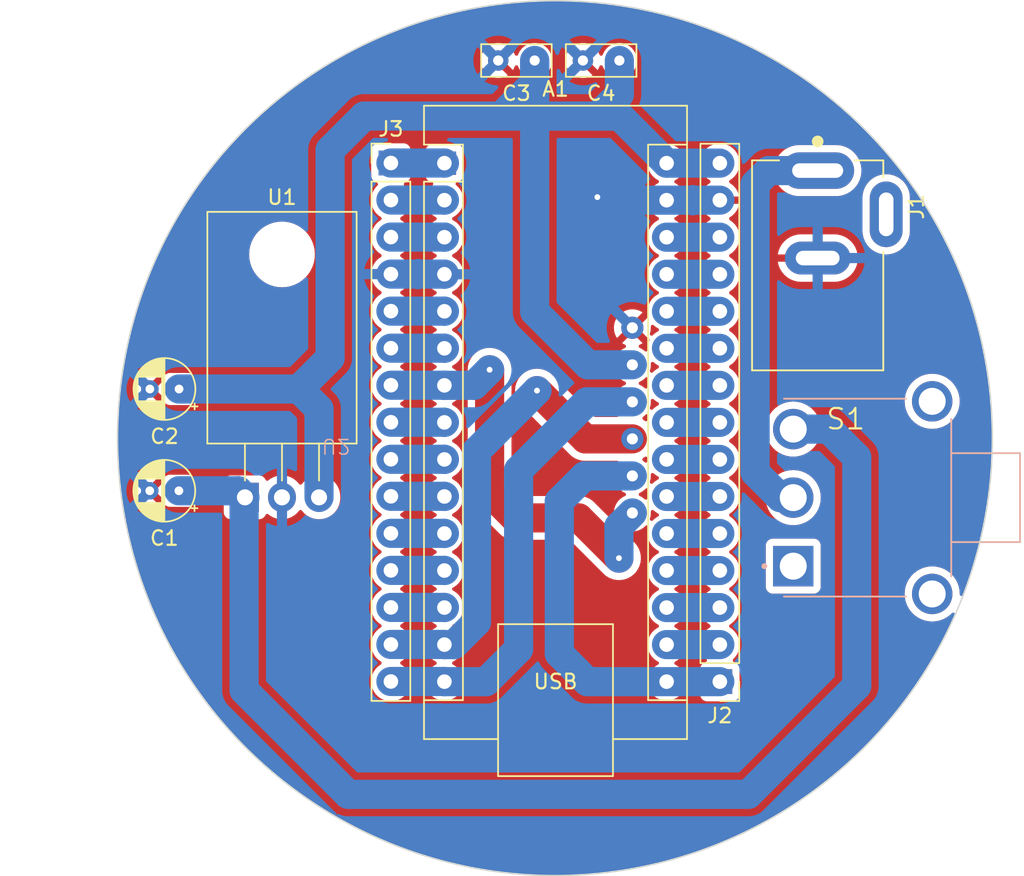
<source format=kicad_pcb>
(kicad_pcb (version 20221018) (generator pcbnew)
  (layers (0 "F.Cu" signal) (31 "B.Cu" signal) (34 "B.Paste" user) (35 "F.Paste" user) (36 "B.SilkS" user "B.Silkscreen") (37 "F.SilkS" user "F.Silkscreen") (38 "B.Mask" user) (39 "F.Mask" user) (44 "Edge.Cuts" user))
  (net 0 "")
  (net 1 "/Arduino Nano/1")
  (net 2 "/Arduino Nano/2")
  (net 3 "/Arduino Nano/3")
  (net 4 "/Arduino Nano/5")
  (net 5 "/Arduino Nano/6")
  (net 6 "/Arduino Nano/7")
  (net 7 "/Arduino Nano/8")
  (net 8 "/Arduino Nano/9")
  (net 9 "/Arduino Nano/10")
  (net 10 "/Arduino Nano/11")
  (net 11 "/Arduino Nano/12")
  (net 12 "/Arduino Nano/13")
  (net 13 "/Arduino Nano/14")
  (net 14 "/Arduino Nano/15")
  (net 15 "/Arduino Nano/16")
  (net 16 "/Arduino Nano/17")
  (net 17 "/Arduino Nano/18")
  (net 18 "/Arduino Nano/19")
  (net 19 "/Arduino Nano/20")
  (net 20 "/Arduino Nano/21")
  (net 21 "/Arduino Nano/22")
  (net 22 "/Arduino Nano/23")
  (net 23 "/Arduino Nano/24")
  (net 24 "/Arduino Nano/25")
  (net 25 "/Arduino Nano/26")
  (net 26 "/Arduino Nano/27")
  (net 27 "/Arduino Nano/28")
  (net 28 "Net-(U1-IN)")
  (net 29 "GND")
  (net 30 "+5V")
  (net 31 "+9V")
  (footprint "Connector_PinHeader_2.54mm:PinHeader_1x15_P2.54mm_Vertical" (layer "F.Cu") (at 138.75 81.13)
    (fp_text reference "J3" (at 0 -2.33) (layer "F.SilkS"))
    (fp_text value "Conn_01x15_MountingPin" hide)
    (pad "1" thru_hole rect (at 0 0) (size 1.7 1.7) (drill 1) (layers "*.Cu" "*.Mask") (net 1 "/Arduino Nano/1"))
    (pad "2" thru_hole oval (at 0 2.54) (size 1.7 1.7) (drill 1) (layers "*.Cu" "*.Mask") (net 2 "/Arduino Nano/2"))
    (pad "3" thru_hole oval (at 0 5.08) (size 1.7 1.7) (drill 1) (layers "*.Cu" "*.Mask") (net 3 "/Arduino Nano/3"))
    (pad "4" thru_hole oval (at 0 7.62) (size 1.7 1.7) (drill 1) (layers "*.Cu" "*.Mask") (net 29 "GND"))
    (pad "5" thru_hole oval (at 0 10.16) (size 1.7 1.7) (drill 1) (layers "*.Cu" "*.Mask") (net 4 "/Arduino Nano/5"))
    (pad "6" thru_hole oval (at 0 12.7) (size 1.7 1.7) (drill 1) (layers "*.Cu" "*.Mask") (net 5 "/Arduino Nano/6"))
    (pad "7" thru_hole oval (at 0 15.24) (size 1.7 1.7) (drill 1) (layers "*.Cu" "*.Mask") (net 6 "/Arduino Nano/7"))
    (pad "8" thru_hole oval (at 0 17.78) (size 1.7 1.7) (drill 1) (layers "*.Cu" "*.Mask") (net 7 "/Arduino Nano/8"))
    (pad "9" thru_hole oval (at 0 20.32) (size 1.7 1.7) (drill 1) (layers "*.Cu" "*.Mask") (net 8 "/Arduino Nano/9"))
    (pad "10" thru_hole oval (at 0 22.86) (size 1.7 1.7) (drill 1) (layers "*.Cu" "*.Mask") (net 9 "/Arduino Nano/10"))
    (pad "11" thru_hole oval (at 0 25.4) (size 1.7 1.7) (drill 1) (layers "*.Cu" "*.Mask") (net 10 "/Arduino Nano/11"))
    (pad "12" thru_hole oval (at 0 27.94) (size 1.7 1.7) (drill 1) (layers "*.Cu" "*.Mask") (net 11 "/Arduino Nano/12"))
    (pad "13" thru_hole oval (at 0 30.48) (size 1.7 1.7) (drill 1) (layers "*.Cu" "*.Mask") (net 12 "/Arduino Nano/13"))
    (pad "14" thru_hole oval (at 0 33.02) (size 1.7 1.7) (drill 1) (layers "*.Cu" "*.Mask") (net 13 "/Arduino Nano/14"))
    (pad "15" thru_hole oval (at 0 35.56) (size 1.7 1.7) (drill 1) (layers "*.Cu" "*.Mask") (net 14 "/Arduino Nano/15"))
  )
  (footprint "Package_TO_SOT_THT:TO-220-3_Horizontal_TabDown" (layer "F.Cu") (at 128.74 104.06)
    (fp_text reference "U1" (at 2.54 -20.58) (layer "F.SilkS"))
    (fp_text value "L7805")
    (pad "" np_thru_hole oval (at 2.54 -16.66) (size 3.5 3.5) (drill 3.5) (layers "*.Cu" "*.Mask"))
    (pad "1" thru_hole rect (at 0 0) (size 1.905 2) (drill 1.1) (layers "*.Cu" "*.Mask") (net 28 "Net-(U1-IN)"))
    (pad "2" thru_hole oval (at 2.54 0) (size 1.905 2) (drill 1.1) (layers "*.Cu" "*.Mask") (net 29 "GND"))
    (pad "3" thru_hole oval (at 5.08 0) (size 1.905 2) (drill 1.1) (layers "*.Cu" "*.Mask") (net 30 "+5V"))
  )
  (footprint "Jack-DC:Jack-DC" (layer "F.Cu") (at 168.02 81.65 -90)
    (fp_text reference "J1" (at 2.487052 -6.770615 -90) (layer "F.SilkS") (effects (font (size 1.000827 1.000827))))
    (fp_text value "Jack-DC")
    (pad "1" thru_hole oval (at 0 0 270) (size 2.5 5) (drill oval 1 3.5) (layers "*.Cu" "*.Mask") (net 31 "+9V"))
    (pad "2" thru_hole oval (at 6 0 270) (size 2.25 4.5) (drill oval 1 3) (layers "*.Cu" "*.Mask") (net 29 "GND"))
    (pad "3" thru_hole oval (at 3 -4.7 270) (size 4.5 2.25) (drill oval 3 1) (layers "*.Cu" "*.Mask"))
  )
  (footprint "Capacitor_THT:CP_Radial_D4.0mm_P2.00mm" (layer "F.Cu") (at 124.22 96.63 180)
    (fp_text reference "C2" (at 1 -3.25) (layer "F.SilkS"))
    (fp_text value "C_Polarized" hide)
    (pad "1" thru_hole rect (at 0 0 180) (size 1.2 1.2) (drill 0.6) (layers "*.Cu" "*.Mask") (net 30 "+5V"))
    (pad "2" thru_hole circle (at 2 0 180) (size 1.2 1.2) (drill 0.6) (layers "*.Cu" "*.Mask") (net 29 "GND"))
  )
  (footprint "Arduino Nano 3D:Arduino_Nano" (layer "F.Cu") (at 142.42 81.14)
    (fp_text reference "A1" (at 7.62 -5.08) (layer "F.SilkS"))
    (fp_text value "Arduino_Nano_v3.x")
    (fp_text user "USB" (at 7.62 35.56 unlocked) (layer "F.SilkS"))
    (pad "1" thru_hole rect (at 0 0) (size 1.6 1.6) (drill 1) (layers "*.Cu" "*.Mask") (net 1 "/Arduino Nano/1"))
    (pad "2" thru_hole oval (at 0 2.54) (size 1.6 1.6) (drill 1) (layers "*.Cu" "*.Mask") (net 2 "/Arduino Nano/2"))
    (pad "3" thru_hole oval (at 0 5.08) (size 1.6 1.6) (drill 1) (layers "*.Cu" "*.Mask") (net 3 "/Arduino Nano/3"))
    (pad "4" thru_hole oval (at 0 7.62) (size 1.6 1.6) (drill 1) (layers "*.Cu" "*.Mask") (net 29 "GND"))
    (pad "5" thru_hole oval (at 0 10.16) (size 1.6 1.6) (drill 1) (layers "*.Cu" "*.Mask") (net 4 "/Arduino Nano/5"))
    (pad "6" thru_hole oval (at 0 12.7) (size 1.6 1.6) (drill 1) (layers "*.Cu" "*.Mask") (net 5 "/Arduino Nano/6"))
    (pad "7" thru_hole oval (at 0 15.24) (size 1.6 1.6) (drill 1) (layers "*.Cu" "*.Mask") (net 6 "/Arduino Nano/7"))
    (pad "8" thru_hole oval (at 0 17.78) (size 1.6 1.6) (drill 1) (layers "*.Cu" "*.Mask") (net 7 "/Arduino Nano/8"))
    (pad "9" thru_hole oval (at 0 20.32) (size 1.6 1.6) (drill 1) (layers "*.Cu" "*.Mask") (net 8 "/Arduino Nano/9"))
    (pad "10" thru_hole oval (at 0 22.86) (size 1.6 1.6) (drill 1) (layers "*.Cu" "*.Mask") (net 9 "/Arduino Nano/10"))
    (pad "11" thru_hole oval (at 0 25.4) (size 1.6 1.6) (drill 1) (layers "*.Cu" "*.Mask") (net 10 "/Arduino Nano/11"))
    (pad "12" thru_hole oval (at 0 27.94) (size 1.6 1.6) (drill 1) (layers "*.Cu" "*.Mask") (net 11 "/Arduino Nano/12"))
    (pad "13" thru_hole oval (at 0 30.48) (size 1.6 1.6) (drill 1) (layers "*.Cu" "*.Mask") (net 12 "/Arduino Nano/13"))
    (pad "14" thru_hole oval (at 0 33.02) (size 1.6 1.6) (drill 1) (layers "*.Cu" "*.Mask") (net 13 "/Arduino Nano/14"))
    (pad "15" thru_hole oval (at 0 35.56) (size 1.6 1.6) (drill 1) (layers "*.Cu" "*.Mask") (net 14 "/Arduino Nano/15"))
    (pad "16" thru_hole oval (at 15.24 35.56) (size 1.6 1.6) (drill 1) (layers "*.Cu" "*.Mask") (net 15 "/Arduino Nano/16"))
    (pad "17" thru_hole oval (at 15.24 33.02) (size 1.6 1.6) (drill 1) (layers "*.Cu" "*.Mask") (net 16 "/Arduino Nano/17"))
    (pad "18" thru_hole oval (at 15.24 30.48) (size 1.6 1.6) (drill 1) (layers "*.Cu" "*.Mask") (net 17 "/Arduino Nano/18"))
    (pad "19" thru_hole oval (at 15.24 27.94) (size 1.6 1.6) (drill 1) (layers "*.Cu" "*.Mask") (net 18 "/Arduino Nano/19"))
    (pad "20" thru_hole oval (at 15.24 25.4) (size 1.6 1.6) (drill 1) (layers "*.Cu" "*.Mask") (net 19 "/Arduino Nano/20"))
    (pad "21" thru_hole oval (at 15.24 22.86) (size 1.6 1.6) (drill 1) (layers "*.Cu" "*.Mask") (net 20 "/Arduino Nano/21"))
    (pad "22" thru_hole oval (at 15.24 20.32) (size 1.6 1.6) (drill 1) (layers "*.Cu" "*.Mask") (net 21 "/Arduino Nano/22"))
    (pad "23" thru_hole oval (at 15.24 17.78) (size 1.6 1.6) (drill 1) (layers "*.Cu" "*.Mask") (net 22 "/Arduino Nano/23"))
    (pad "24" thru_hole oval (at 15.24 15.24) (size 1.6 1.6) (drill 1) (layers "*.Cu" "*.Mask") (net 23 "/Arduino Nano/24"))
    (pad "25" thru_hole oval (at 15.24 12.7) (size 1.6 1.6) (drill 1) (layers "*.Cu" "*.Mask") (net 24 "/Arduino Nano/25"))
    (pad "26" thru_hole oval (at 15.24 10.16) (size 1.6 1.6) (drill 1) (layers "*.Cu" "*.Mask") (net 25 "/Arduino Nano/26"))
    (pad "27" thru_hole oval (at 15.24 7.62) (size 1.6 1.6) (drill 1) (layers "*.Cu" "*.Mask") (net 26 "/Arduino Nano/27"))
    (pad "28" thru_hole oval (at 15.24 5.08) (size 1.6 1.6) (drill 1) (layers "*.Cu" "*.Mask") (net 27 "/Arduino Nano/28"))
    (pad "29" thru_hole oval (at 15.24 2.54) (size 1.6 1.6) (drill 1) (layers "*.Cu" "*.Mask") (net 29 "GND"))
    (pad "30" thru_hole oval (at 15.24 0) (size 1.6 1.6) (drill 1) (layers "*.Cu" "*.Mask") (net 30 "+5V"))
  )
  (footprint "Capacitor_THT:CP_Radial_D4.0mm_P2.00mm" (layer "F.Cu") (at 124.21 103.61 180)
    (fp_text reference "C1" (at 1 -3.25) (layer "F.SilkS"))
    (fp_text value "C_Polarized" hide)
    (pad "1" thru_hole rect (at 0 0 180) (size 1.2 1.2) (drill 0.6) (layers "*.Cu" "*.Mask") (net 28 "Net-(U1-IN)"))
    (pad "2" thru_hole circle (at 2 0 180) (size 1.2 1.2) (drill 0.6) (layers "*.Cu" "*.Mask") (net 29 "GND"))
  )
  (footprint "Capacitor_THT:C_Rect_L4.6mm_W2.0mm_P2.50mm_MKS02_FKP02" (layer "F.Cu") (at 154.42 74.1 180)
    (fp_text reference "C4" (at 1.25 -2.25) (layer "F.SilkS"))
    (fp_text value "C")
    (pad "1" thru_hole circle (at 0 0 180) (size 1.4 1.4) (drill 0.7) (layers "*.Cu" "*.Mask") (net 30 "+5V"))
    (pad "2" thru_hole circle (at 2.5 0 180) (size 1.4 1.4) (drill 0.7) (layers "*.Cu" "*.Mask") (net 29 "GND"))
  )
  (footprint "Connector_PinHeader_2.54mm:PinHeader_1x15_P2.54mm_Vertical" (layer "F.Cu") (at 161.31 116.7 180)
    (fp_text reference "J2" (at 0 -2.33) (layer "F.SilkS"))
    (fp_text value "Conn_01x15_MountingPin" hide)
    (pad "1" thru_hole rect (at 0 0 180) (size 1.7 1.7) (drill 1) (layers "*.Cu" "*.Mask") (net 15 "/Arduino Nano/16"))
    (pad "2" thru_hole oval (at 0 2.54 180) (size 1.7 1.7) (drill 1) (layers "*.Cu" "*.Mask") (net 16 "/Arduino Nano/17"))
    (pad "3" thru_hole oval (at 0 5.08 180) (size 1.7 1.7) (drill 1) (layers "*.Cu" "*.Mask") (net 17 "/Arduino Nano/18"))
    (pad "4" thru_hole oval (at 0 7.62 180) (size 1.7 1.7) (drill 1) (layers "*.Cu" "*.Mask") (net 18 "/Arduino Nano/19"))
    (pad "5" thru_hole oval (at 0 10.16 180) (size 1.7 1.7) (drill 1) (layers "*.Cu" "*.Mask") (net 19 "/Arduino Nano/20"))
    (pad "6" thru_hole oval (at 0 12.7 180) (size 1.7 1.7) (drill 1) (layers "*.Cu" "*.Mask") (net 20 "/Arduino Nano/21"))
    (pad "7" thru_hole oval (at 0 15.24 180) (size 1.7 1.7) (drill 1) (layers "*.Cu" "*.Mask") (net 21 "/Arduino Nano/22"))
    (pad "8" thru_hole oval (at 0 17.78 180) (size 1.7 1.7) (drill 1) (layers "*.Cu" "*.Mask") (net 22 "/Arduino Nano/23"))
    (pad "9" thru_hole oval (at 0 20.32 180) (size 1.7 1.7) (drill 1) (layers "*.Cu" "*.Mask") (net 23 "/Arduino Nano/24"))
    (pad "10" thru_hole oval (at 0 22.86 180) (size 1.7 1.7) (drill 1) (layers "*.Cu" "*.Mask") (net 24 "/Arduino Nano/25"))
    (pad "11" thru_hole oval (at 0 25.4 180) (size 1.7 1.7) (drill 1) (layers "*.Cu" "*.Mask") (net 25 "/Arduino Nano/26"))
    (pad "12" thru_hole oval (at 0 27.94 180) (size 1.7 1.7) (drill 1) (layers "*.Cu" "*.Mask") (net 26 "/Arduino Nano/27"))
    (pad "13" thru_hole oval (at 0 30.48 180) (size 1.7 1.7) (drill 1) (layers "*.Cu" "*.Mask") (net 27 "/Arduino Nano/28"))
    (pad "14" thru_hole oval (at 0 33.02 180) (size 1.7 1.7) (drill 1) (layers "*.Cu" "*.Mask") (net 29 "GND"))
    (pad "15" thru_hole oval (at 0 35.56 180) (size 1.7 1.7) (drill 1) (layers "*.Cu" "*.Mask") (net 30 "+5V"))
  )
  (footprint "Capacitor_THT:C_Rect_L4.6mm_W2.0mm_P2.50mm_MKS02_FKP02" (layer "F.Cu") (at 148.61 74.1 180)
    (fp_text reference "C3" (at 1.25 -2.25) (layer "F.SilkS"))
    (fp_text value "C")
    (pad "1" thru_hole circle (at 0 0 180) (size 1.4 1.4) (drill 0.7) (layers "*.Cu" "*.Mask") (net 30 "+5V"))
    (pad "2" thru_hole circle (at 2.5 0 180) (size 1.4 1.4) (drill 0.7) (layers "*.Cu" "*.Mask") (net 29 "GND"))
  )
  (footprint "Switch-Horizontal:Switch-Horizontal-2" (layer "B.Cu") (at 171.11 104.08 90)
    (fp_text reference "S1" (at 5.39 -1.17) (layer "F.SilkS") (effects (font (size 1.4 1.4))))
    (fp_text value "Switch-Horizontal")
    (pad "1" thru_hole rect (at -4.7 -4.765 90) (size 2.775 2.775) (drill 1.85) (layers "*.Cu" "*.Mask"))
    (pad "2" thru_hole circle (at 0 -4.765 90) (size 2.775 2.775) (drill 1.85) (layers "*.Cu" "*.Mask") (net 31 "+9V"))
    (pad "3" thru_hole circle (at 4.7 -4.765 90) (size 2.775 2.775) (drill 1.85) (layers "*.Cu" "*.Mask") (net 28 "Net-(U1-IN)"))
    (pad "S1" thru_hole circle (at -6.605 4.765 90) (size 2.775 2.775) (drill 1.85) (layers "*.Cu" "*.Mask"))
    (pad "S2" thru_hole circle (at 6.605 4.765 90) (size 2.775 2.775) (drill 1.85) (layers "*.Cu" "*.Mask"))
  )
  (footprint "MicroSD-Card-Adapter:MicroSD-Card-Adapter" (layer "B.Cu") (at 134.99 100.05)
    (fp_text reference "U2" (at 0 0.5 180 unlocked) (layer "B.SilkS") (effects (font (thickness 0.1)) (justify mirror)))
    (fp_text value "MicroSD-Card-Adapter")
    (pad "1" thru_hole circle (at 20.32 -7.62) (size 1.524 1.524) (drill 0.762) (layers "*.Cu" "*.Mask") (net 29 "GND"))
    (pad "2" thru_hole circle (at 20.32 -5.08) (size 1.524 1.524) (drill 0.762) (layers "*.Cu" "*.Mask") (net 30 "+5V"))
    (pad "3" thru_hole circle (at 20.32 -2.54) (size 1.524 1.524) (drill 0.762) (layers "*.Cu" "*.Mask") (net 14 "/Arduino Nano/15"))
    (pad "4" thru_hole circle (at 20.32 0) (size 1.524 1.524) (drill 0.762) (layers "*.Cu" "*.Mask") (net 13 "/Arduino Nano/14"))
    (pad "5" thru_hole circle (at 20.32 2.54) (size 1.524 1.524) (drill 0.762) (layers "*.Cu" "*.Mask") (net 15 "/Arduino Nano/16"))
    (pad "6" thru_hole circle (at 20.32 5.08) (size 1.524 1.524) (drill 0.762) (layers "*.Cu" "*.Mask") (net 6 "/Arduino Nano/7"))
  )
  (gr_circle (center 150 100) (end 180 100) (stroke (width 0.1)) (fill none) (layer "Edge.Cuts"))
  (segment (start 142.41 81.13) (end 142.42 81.14) (width 2) (layer "B.Cu") (net 1))
  (segment (start 138.75 81.13) (end 142.41 81.13) (width 2) (layer "B.Cu") (net 1))
  (segment (start 142.41 83.67) (end 142.42 83.68) (width 2) (layer "B.Cu") (net 2))
  (segment (start 138.75 83.67) (end 142.41 83.67) (width 2) (layer "B.Cu") (net 2))
  (segment (start 138.75 86.21) (end 142.41 86.21) (width 2) (layer "B.Cu") (net 3))
  (segment (start 142.41 86.21) (end 142.42 86.22) (width 2) (layer "B.Cu") (net 3))
  (segment (start 142.41 91.29) (end 142.42 91.3) (width 2) (layer "B.Cu") (net 4))
  (segment (start 138.75 91.29) (end 142.41 91.29) (width 2) (layer "B.Cu") (net 4))
  (segment (start 142.41 93.83) (end 142.42 93.84) (width 2) (layer "B.Cu") (net 5))
  (segment (start 138.75 93.83) (end 142.41 93.83) (width 2) (layer "B.Cu") (net 5))
  (segment (start 145.52 103.74) (end 147.25 105.47) (width 2) (layer "F.Cu") (net 6))
  (segment (start 151.63 105.47) (end 154.39 108.23) (width 2) (layer "F.Cu") (net 6))
  (segment (start 145.52 95.31) (end 145.52 103.74) (width 2) (layer "F.Cu") (net 6))
  (segment (start 147.25 105.47) (end 151.63 105.47) (width 2) (layer "F.Cu") (net 6))
  (via (at 145.52 95.31) (size 0.8) (drill 0.4) (layers "F.Cu" "B.Cu") (net 6))
  (via (at 154.39 108.23) (size 0.8) (drill 0.4) (layers "F.Cu" "B.Cu") (net 6))
  (segment (start 142.42 96.38) (end 144.45 96.38) (width 2) (layer "B.Cu") (net 6))
  (segment (start 138.75 96.37) (end 142.41 96.37) (width 2) (layer "B.Cu") (net 6))
  (segment (start 144.45 96.38) (end 145.52 95.31) (width 2) (layer "B.Cu") (net 6))
  (segment (start 154.39 108.23) (end 154.39 106.05) (width 2) (layer "B.Cu") (net 6))
  (segment (start 142.41 96.37) (end 142.42 96.38) (width 2) (layer "B.Cu") (net 6))
  (segment (start 154.39 106.05) (end 155.31 105.13) (width 2) (layer "B.Cu") (net 6))
  (segment (start 142.41 98.91) (end 142.42 98.92) (width 2) (layer "B.Cu") (net 7))
  (segment (start 138.75 98.91) (end 142.41 98.91) (width 2) (layer "B.Cu") (net 7))
  (segment (start 138.75 101.45) (end 142.41 101.45) (width 2) (layer "B.Cu") (net 8))
  (segment (start 142.41 101.45) (end 142.42 101.46) (width 2) (layer "B.Cu") (net 8))
  (segment (start 142.41 103.99) (end 142.42 104) (width 2) (layer "B.Cu") (net 9))
  (segment (start 138.75 103.99) (end 142.41 103.99) (width 2) (layer "B.Cu") (net 9))
  (segment (start 142.41 106.53) (end 142.42 106.54) (width 2) (layer "B.Cu") (net 10))
  (segment (start 138.75 106.53) (end 142.41 106.53) (width 2) (layer "B.Cu") (net 10))
  (segment (start 138.75 109.07) (end 142.41 109.07) (width 2) (layer "B.Cu") (net 11))
  (segment (start 142.41 109.07) (end 142.42 109.08) (width 2) (layer "B.Cu") (net 11))
  (segment (start 138.75 111.61) (end 142.41 111.61) (width 2) (layer "B.Cu") (net 12))
  (segment (start 142.41 111.61) (end 142.42 111.62) (width 2) (layer "B.Cu") (net 12))
  (segment (start 152.08 100.05) (end 155.31 100.05) (width 2) (layer "F.Cu") (net 13))
  (segment (start 148.77 96.74) (end 152.08 100.05) (width 2) (layer "F.Cu") (net 13))
  (via (at 148.77 96.74) (size 0.8) (drill 0.4) (layers "F.Cu" "B.Cu") (net 13))
  (segment (start 143.08 114.16) (end 144.62 112.62) (width 2) (layer "B.Cu") (net 13))
  (segment (start 144.62 112.62) (end 144.62 100.89) (width 2) (layer "B.Cu") (net 13))
  (segment (start 142.41 114.15) (end 142.42 114.16) (width 2) (layer "B.Cu") (net 13))
  (segment (start 144.62 100.89) (end 148.77 96.74) (width 2) (layer "B.Cu") (net 13))
  (segment (start 138.75 114.15) (end 142.41 114.15) (width 2) (layer "B.Cu") (net 13))
  (segment (start 142.42 114.16) (end 143.08 114.16) (width 2) (layer "B.Cu") (net 13))
  (segment (start 142.42 116.7) (end 145.28 116.7) (width 2) (layer "B.Cu") (net 14))
  (segment (start 152.19 97.51) (end 155.31 97.51) (width 2) (layer "B.Cu") (net 14))
  (segment (start 147.51 114.47) (end 147.51 102.19) (width 2) (layer "B.Cu") (net 14))
  (segment (start 147.51 102.19) (end 152.19 97.51) (width 2) (layer "B.Cu") (net 14))
  (segment (start 138.75 116.69) (end 142.41 116.69) (width 2) (layer "B.Cu") (net 14))
  (segment (start 145.28 116.7) (end 147.51 114.47) (width 2) (layer "B.Cu") (net 14))
  (segment (start 142.41 116.69) (end 142.42 116.7) (width 2) (layer "B.Cu") (net 14))
  (segment (start 150.3 104.33) (end 152.04 102.59) (width 2) (layer "B.Cu") (net 15))
  (segment (start 152.22 116.7) (end 150.3 114.78) (width 2) (layer "B.Cu") (net 15))
  (segment (start 152.04 102.59) (end 155.31 102.59) (width 2) (layer "B.Cu") (net 15))
  (segment (start 150.3 114.78) (end 150.3 104.33) (width 2) (layer "B.Cu") (net 15))
  (segment (start 161.31 116.7) (end 152.22 116.7) (width 2) (layer "B.Cu") (net 15))
  (segment (start 157.65 114.16) (end 161.31 114.16) (width 2) (layer "B.Cu") (net 16))
  (segment (start 157.65 111.62) (end 161.31 111.62) (width 2) (layer "B.Cu") (net 17))
  (segment (start 157.65 109.08) (end 161.31 109.08) (width 2) (layer "B.Cu") (net 18))
  (segment (start 157.65 106.54) (end 161.31 106.54) (width 2) (layer "B.Cu") (net 19))
  (segment (start 157.65 104) (end 161.31 104) (width 2) (layer "B.Cu") (net 20))
  (segment (start 157.65 101.46) (end 161.31 101.46) (width 2) (layer "B.Cu") (net 21))
  (segment (start 157.65 98.92) (end 161.31 98.92) (width 2) (layer "B.Cu") (net 22))
  (segment (start 157.65 96.38) (end 161.31 96.38) (width 2) (layer "B.Cu") (net 23))
  (segment (start 157.65 93.84) (end 161.31 93.84) (width 2) (layer "B.Cu") (net 24))
  (segment (start 157.65 91.3) (end 161.31 91.3) (width 2) (layer "B.Cu") (net 25))
  (segment (start 157.65 88.76) (end 161.31 88.76) (width 2) (layer "B.Cu") (net 26))
  (segment (start 157.65 86.22) (end 161.31 86.22) (width 2) (layer "B.Cu") (net 27))
  (segment (start 128.68 117.29) (end 135.82 124.43) (width 2) (layer "B.Cu") (net 28))
  (segment (start 168.77 99.38) (end 166.345 99.38) (width 2) (layer "B.Cu") (net 28))
  (segment (start 170.7 101.31) (end 168.77 99.38) (width 2) (layer "B.Cu") (net 28))
  (segment (start 128.68 104.12) (end 128.68 117.29) (width 2) (layer "B.Cu") (net 28))
  (segment (start 135.82 124.43) (end 163.26 124.43) (width 2) (layer "B.Cu") (net 28))
  (segment (start 163.26 124.43) (end 170.7 116.99) (width 2) (layer "B.Cu") (net 28))
  (segment (start 170.7 116.99) (end 170.7 101.31) (width 2) (layer "B.Cu") (net 28))
  (segment (start 128.29 103.61) (end 128.74 104.06) (width 2) (layer "B.Cu") (net 28))
  (segment (start 124.21 103.61) (end 128.29 103.61) (width 2) (layer "B.Cu") (net 28))
  (via (at 152.91 83.47) (size 0.8) (drill 0.4) (layers "F.Cu" "B.Cu") (net 29))
  (segment (start 142.41 88.75) (end 142.42 88.76) (width 2) (layer "B.Cu") (net 29))
  (segment (start 153.12 83.68) (end 152.91 83.47) (width 2) (layer "B.Cu") (net 29))
  (segment (start 138.75 88.75) (end 142.41 88.75) (width 2) (layer "B.Cu") (net 29))
  (segment (start 161.31 83.68) (end 153.12 83.68) (width 2) (layer "B.Cu") (net 29))
  (segment (start 146.32 77.91) (end 147.79 77.91) (width 0.25) (layer "B.Cu") (net 30))
  (segment (start 148.61 75.62) (end 146.32 77.91) (width 2) (layer "B.Cu") (net 30))
  (segment (start 148.61 91.32) (end 152.26 94.97) (width 2) (layer "B.Cu") (net 30))
  (segment (start 133.82 98) (end 133.82 104.06) (width 2) (layer "B.Cu") (net 30))
  (segment (start 148.61 74.1) (end 148.61 91.32) (width 2) (layer "B.Cu") (net 30))
  (segment (start 132.45 96.63) (end 133.82 98) (width 2) (layer "B.Cu") (net 30))
  (segment (start 154.42 74.1) (end 154.42 76.42) (width 2) (layer "B.Cu") (net 30))
  (segment (start 154.43 77.91) (end 157.66 81.14) (width 2) (layer "B.Cu") (net 30))
  (segment (start 157.65 81.14) (end 161.31 81.14) (width 2) (layer "B.Cu") (net 30))
  (segment (start 124.22 96.63) (end 132.45 96.63) (width 2) (layer "B.Cu") (net 30))
  (segment (start 152.26 94.97) (end 155.31 94.97) (width 2) (layer "B.Cu") (net 30))
  (segment (start 147.79 77.91) (end 154.43 77.91) (width 2) (layer "B.Cu") (net 30))
  (segment (start 154.42 76.42) (end 152.93 77.91) (width 2) (layer "B.Cu") (net 30))
  (segment (start 134.58 80.24) (end 134.58 94.5) (width 2) (layer "B.Cu") (net 30))
  (segment (start 134.58 94.5) (end 132.45 96.63) (width 2) (layer "B.Cu") (net 30))
  (segment (start 136.91 77.91) (end 134.58 80.24) (width 2) (layer "B.Cu") (net 30))
  (segment (start 148.61 74.1) (end 148.61 75.62) (width 2) (layer "B.Cu") (net 30))
  (segment (start 154.43 77.91) (end 136.91 77.91) (width 2) (layer "B.Cu") (net 30))
  (segment (start 152.93 77.91) (end 154.43 77.91) (width 0.25) (layer "B.Cu") (net 30))
  (segment (start 165.46 104.08) (end 166.345 104.08) (width 2) (layer "B.Cu") (net 31))
  (segment (start 163.73 102.35) (end 165.46 104.08) (width 2) (layer "B.Cu") (net 31))
  (segment (start 164.66 81.65) (end 163.73 82.58) (width 2) (layer "B.Cu") (net 31))
  (segment (start 168.02 81.65) (end 164.66 81.65) (width 2) (layer "B.Cu") (net 31))
  (segment (start 163.73 82.58) (end 163.73 102.35) (width 2) (layer "B.Cu") (net 31))
  (zone (net 29) (net_name "GND") (layer "F.Cu") (connect_pads (clearance 0.5)) (min_thickness 0.25) (fill yes (thermal_gap 0.5) (thermal_bridge_width 0.5) (island_removal_mode 1) (island_area_min 10))
    (polygon (pts (xy 180 100) (xy 179.979985 98.904339) (xy 179.919969 97.810141) (xy 179.820029 96.718864) (xy 179.680301 95.631965) (xy 179.50097 94.550894) (xy 179.282276 93.477095) (xy 179.024511 92.411999) (xy 178.728018 91.357027) (xy 178.393193 90.313588) (xy 178.020483 89.283073) (xy 177.610386 88.266858) (xy 177.163447 87.266299) (xy 176.680264 86.28273) (xy 176.161482 85.317465) (xy 175.607793 84.37179) (xy 175.019935 83.446968) (xy 174.398692 82.544233) (xy 173.744895 81.664789) (xy 173.059414 80.809809) (xy 172.343165 79.980436) (xy 171.597104 79.177774) (xy 170.822226 78.402896) (xy 170.019564 77.656835) (xy 169.190191 76.940586) (xy 168.335211 76.255105) (xy 167.455767 75.601308) (xy 166.553032 74.980065) (xy 165.62821 74.392207) (xy 164.682535 73.838518) (xy 163.71727 73.319736) (xy 162.733701 72.836553) (xy 161.733142 72.389614) (xy 160.716927 71.979517) (xy 159.686412 71.606807) (xy 158.642973 71.271982) (xy 157.588001 70.975489) (xy 156.522905 70.717724) (xy 155.449106 70.49903) (xy 154.368035 70.319699) (xy 153.281136 70.179971) (xy 152.189859 70.080031) (xy 151.095661 70.020015) (xy 150 70) (xy 148.904339 70.020015) (xy 147.810141 70.080031) (xy 146.718864 70.179971) (xy 145.631965 70.319699) (xy 144.550894 70.49903) (xy 143.477095 70.717724) (xy 142.411999 70.975489) (xy 141.357027 71.271982) (xy 140.313588 71.606807) (xy 139.283073 71.979517) (xy 138.266858 72.389614) (xy 137.266299 72.836553) (xy 136.28273 73.319736) (xy 135.317465 73.838518) (xy 134.37179 74.392207) (xy 133.446968 74.980065) (xy 132.544233 75.601308) (xy 131.664789 76.255105) (xy 130.809809 76.940586) (xy 129.980436 77.656835) (xy 129.177774 78.402896) (xy 128.402896 79.177774) (xy 127.656835 79.980436) (xy 126.940586 80.809809) (xy 126.255105 81.664789) (xy 125.601308 82.544233) (xy 124.980065 83.446968) (xy 124.392207 84.37179) (xy 123.838518 85.317465) (xy 123.319736 86.28273) (xy 122.836553 87.266299) (xy 122.389614 88.266858) (xy 121.979517 89.283073) (xy 121.606807 90.313588) (xy 121.271982 91.357027) (xy 120.975489 92.411999) (xy 120.717724 93.477095) (xy 120.49903 94.550894) (xy 120.319699 95.631965) (xy 120.179971 96.718864) (xy 120.080031 97.810141) (xy 120.020015 98.904339) (xy 120 100) (xy 120.020015 101.095661) (xy 120.080031 102.189859) (xy 120.179971 103.281136) (xy 120.319699 104.368035) (xy 120.49903 105.449106) (xy 120.717724 106.522905) (xy 120.975489 107.588001) (xy 121.271982 108.642973) (xy 121.606807 109.686412) (xy 121.979517 110.716927) (xy 122.389614 111.733142) (xy 122.836553 112.733701) (xy 123.319736 113.71727) (xy 123.838518 114.682535) (xy 124.392207 115.62821) (xy 124.980065 116.553032) (xy 125.601308 117.455767) (xy 126.255105 118.335211) (xy 126.940586 119.190191) (xy 127.656835 120.019564) (xy 128.402896 120.822226) (xy 129.177774 121.597104) (xy 129.980436 122.343165) (xy 130.809809 123.059414) (xy 131.664789 123.744895) (xy 132.544233 124.398692) (xy 133.446968 125.019935) (xy 134.37179 125.607793) (xy 135.317465 126.161482) (xy 136.28273 126.680264) (xy 137.266299 127.163447) (xy 138.266858 127.610386) (xy 139.283073 128.020483) (xy 140.313588 128.393193) (xy 141.357027 128.728018) (xy 142.411999 129.024511) (xy 143.477095 129.282276) (xy 144.550894 129.50097) (xy 145.631965 129.680301) (xy 146.718864 129.820029) (xy 147.810141 129.919969) (xy 148.904339 129.979985) (xy 150 130) (xy 151.095661 129.979985) (xy 152.189859 129.919969) (xy 153.281136 129.820029) (xy 154.368035 129.680301) (xy 155.449106 129.50097) (xy 156.522905 129.282276) (xy 157.588001 129.024511) (xy 158.642973 128.728018) (xy 159.686412 128.393193) (xy 160.716927 128.020483) (xy 161.733142 127.610386) (xy 162.733701 127.163447) (xy 163.71727 126.680264) (xy 164.682535 126.161482) (xy 165.62821 125.607793) (xy 166.553032 125.019935) (xy 167.455767 124.398692) (xy 168.335211 123.744895) (xy 169.190191 123.059414) (xy 170.019564 122.343165) (xy 170.822226 121.597104) (xy 171.597104 120.822226) (xy 172.343165 120.019564) (xy 173.059414 119.190191) (xy 173.744895 118.335211) (xy 174.398692 117.455767) (xy 175.019935 116.553032) (xy 175.607793 115.62821) (xy 176.161482 114.682535) (xy 176.680264 113.71727) (xy 177.163447 112.733701) (xy 177.610386 111.733142) (xy 178.020483 110.716927) (xy 178.393193 109.686412) (xy 178.728018 108.642973) (xy 179.024511 107.588001) (xy 179.282276 106.522905) (xy 179.50097 105.449106) (xy 179.680301 104.368035) (xy 179.820029 103.281136) (xy 179.919969 102.189859) (xy 179.979985 101.095661) (xy 180 100)))
  )
  (zone (net 29) (net_name "GND") (layer "B.Cu") (connect_pads (clearance 0.5)) (min_thickness 0.25) (fill yes (thermal_gap 1) (thermal_bridge_width 0.7))
    (polygon (pts (xy 180 100) (xy 179.979985 98.904339) (xy 179.919969 97.810141) (xy 179.820029 96.718864) (xy 179.680301 95.631965) (xy 179.50097 94.550894) (xy 179.282276 93.477095) (xy 179.024511 92.411999) (xy 178.728018 91.357027) (xy 178.393193 90.313588) (xy 178.020483 89.283073) (xy 177.610386 88.266858) (xy 177.163447 87.266299) (xy 176.680264 86.28273) (xy 176.161482 85.317465) (xy 175.607793 84.37179) (xy 175.019935 83.446968) (xy 174.398692 82.544233) (xy 173.744895 81.664789) (xy 173.059414 80.809809) (xy 172.343165 79.980436) (xy 171.597104 79.177774) (xy 170.822226 78.402896) (xy 170.019564 77.656835) (xy 169.190191 76.940586) (xy 168.335211 76.255105) (xy 167.455767 75.601308) (xy 166.553032 74.980065) (xy 165.62821 74.392207) (xy 164.682535 73.838518) (xy 163.71727 73.319736) (xy 162.733701 72.836553) (xy 161.733142 72.389614) (xy 160.716927 71.979517) (xy 159.686412 71.606807) (xy 158.642973 71.271982) (xy 157.588001 70.975489) (xy 156.522905 70.717724) (xy 155.449106 70.49903) (xy 154.368035 70.319699) (xy 153.281136 70.179971) (xy 152.189859 70.080031) (xy 151.095661 70.020015) (xy 150 70) (xy 148.904339 70.020015) (xy 147.810141 70.080031) (xy 146.718864 70.179971) (xy 145.631965 70.319699) (xy 144.550894 70.49903) (xy 143.477095 70.717724) (xy 142.411999 70.975489) (xy 141.357027 71.271982) (xy 140.313588 71.606807) (xy 139.283073 71.979517) (xy 138.266858 72.389614) (xy 137.266299 72.836553) (xy 136.28273 73.319736) (xy 135.317465 73.838518) (xy 134.37179 74.392207) (xy 133.446968 74.980065) (xy 132.544233 75.601308) (xy 131.664789 76.255105) (xy 130.809809 76.940586) (xy 129.980436 77.656835) (xy 129.177774 78.402896) (xy 128.402896 79.177774) (xy 127.656835 79.980436) (xy 126.940586 80.809809) (xy 126.255105 81.664789) (xy 125.601308 82.544233) (xy 124.980065 83.446968) (xy 124.392207 84.37179) (xy 123.838518 85.317465) (xy 123.319736 86.28273) (xy 122.836553 87.266299) (xy 122.389614 88.266858) (xy 121.979517 89.283073) (xy 121.606807 90.313588) (xy 121.271982 91.357027) (xy 120.975489 92.411999) (xy 120.717724 93.477095) (xy 120.49903 94.550894) (xy 120.319699 95.631965) (xy 120.179971 96.718864) (xy 120.080031 97.810141) (xy 120.020015 98.904339) (xy 120 100) (xy 120.020015 101.095661) (xy 120.080031 102.189859) (xy 120.179971 103.281136) (xy 120.319699 104.368035) (xy 120.49903 105.449106) (xy 120.717724 106.522905) (xy 120.975489 107.588001) (xy 121.271982 108.642973) (xy 121.606807 109.686412) (xy 121.979517 110.716927) (xy 122.389614 111.733142) (xy 122.836553 112.733701) (xy 123.319736 113.71727) (xy 123.838518 114.682535) (xy 124.392207 115.62821) (xy 124.980065 116.553032) (xy 125.601308 117.455767) (xy 126.255105 118.335211) (xy 126.940586 119.190191) (xy 127.656835 120.019564) (xy 128.402896 120.822226) (xy 129.177774 121.597104) (xy 129.980436 122.343165) (xy 130.809809 123.059414) (xy 131.664789 123.744895) (xy 132.544233 124.398692) (xy 133.446968 125.019935) (xy 134.37179 125.607793) (xy 135.317465 126.161482) (xy 136.28273 126.680264) (xy 137.266299 127.163447) (xy 138.266858 127.610386) (xy 139.283073 128.020483) (xy 140.313588 128.393193) (xy 141.357027 128.728018) (xy 142.411999 129.024511) (xy 143.477095 129.282276) (xy 144.550894 129.50097) (xy 145.631965 129.680301) (xy 146.718864 129.820029) (xy 147.810141 129.919969) (xy 148.904339 129.979985) (xy 150 130) (xy 151.095661 129.979985) (xy 152.189859 129.919969) (xy 153.281136 129.820029) (xy 154.368035 129.680301) (xy 155.449106 129.50097) (xy 156.522905 129.282276) (xy 157.588001 129.024511) (xy 158.642973 128.728018) (xy 159.686412 128.393193) (xy 160.716927 128.020483) (xy 161.733142 127.610386) (xy 162.733701 127.163447) (xy 163.71727 126.680264) (xy 164.682535 126.161482) (xy 165.62821 125.607793) (xy 166.553032 125.019935) (xy 167.455767 124.398692) (xy 168.335211 123.744895) (xy 169.190191 123.059414) (xy 170.019564 122.343165) (xy 170.822226 121.597104) (xy 171.597104 120.822226) (xy 172.343165 120.019564) (xy 173.059414 119.190191) (xy 173.744895 118.335211) (xy 174.398692 117.455767) (xy 175.019935 116.553032) (xy 175.607793 115.62821) (xy 176.161482 114.682535) (xy 176.680264 113.71727) (xy 177.163447 112.733701) (xy 177.610386 111.733142) (xy 178.020483 110.716927) (xy 178.393193 109.686412) (xy 178.728018 108.642973) (xy 179.024511 107.588001) (xy 179.282276 106.522905) (xy 179.50097 105.449106) (xy 179.680301 104.368035) (xy 179.820029 103.281136) (xy 179.919969 102.189859) (xy 179.979985 101.095661)))
  )
)
</source>
